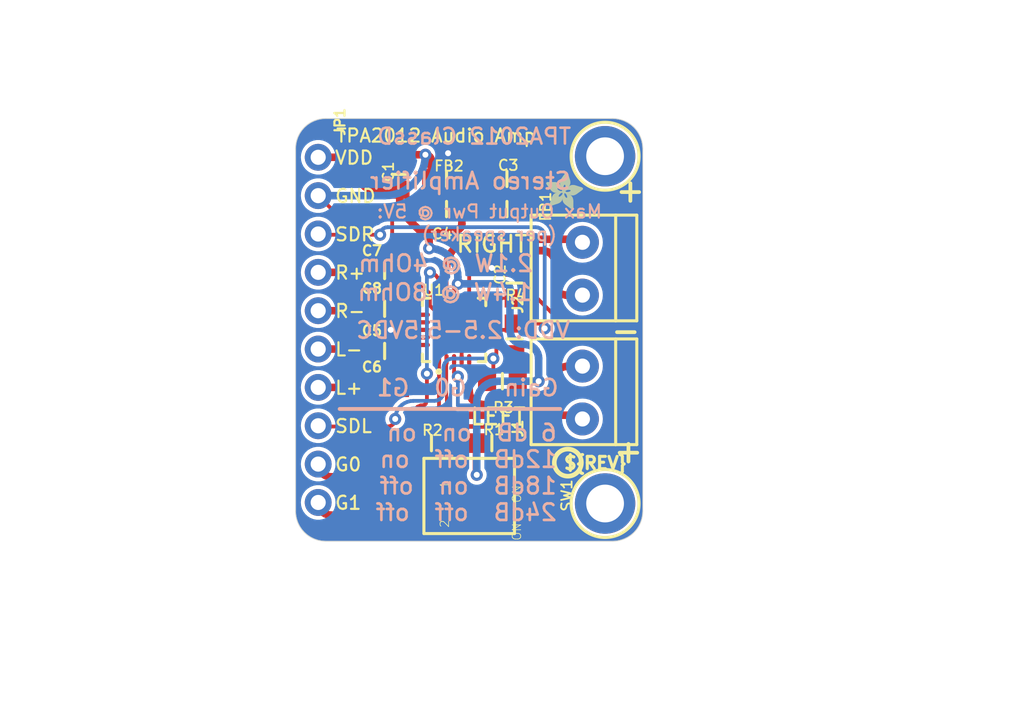
<source format=kicad_pcb>
(kicad_pcb (version 20221018) (generator pcbnew)
  (layers (0 "F.Cu" signal) (31 "B.Cu" signal) (34 "B.Paste" user) (35 "F.Paste" user) (36 "B.SilkS" user "B.Silkscreen") (37 "F.SilkS" user "F.Silkscreen") (38 "B.Mask" user) (39 "F.Mask" user) (44 "Edge.Cuts" user))
  (net 0 "")
  (net 1 "GAIN1")
  (net 2 "GAIN0")
  (net 3 "VDD")
  (net 4 "GND")
  (net 5 "AVDD")
  (net 6 "AGND")
  (net 7 "SHUTDOWN_L")
  (net 8 "SHUTDOWN_R")
  (net 9 "IN_L_N")
  (net 10 "IN_L_P")
  (net 11 "IN_R_N")
  (net 12 "IN_R_P")
  (net 13 "OUT_L_N")
  (net 14 "OUT_L_P")
  (net 15 "OUT_R_N")
  (net 16 "OUT_R_P")
  (net 17 "N$1")
  (net 18 "N$2")
  (net 19 "N$3")
  (net 20 "N$4")
  (footprint "working:_0805MP" (layer "F.Cu") (at 147.0011 95.0036)
    (fp_text reference "FB2")
    (fp_text value "ferrite")
  )
  (footprint "working:_0805MP" (layer "F.Cu") (at 147.0011 97.0036 180)
    (fp_text reference "C4")
    (fp_text value "0.1µF")
  )
  (footprint "working:PCBFEAT-REV-040" (layer "F.Cu") (at 155.0351 113.7966)
    (fp_text reference "U$23" hide)
    (fp_text value "" hide)
  )
  (footprint "working:ADAFRUIT_2.5MM" (layer "F.Cu") (at 153.6011 97.0036)
    (fp_text reference "U$22" hide)
    (fp_text value "" hide)
  )
  (footprint "working:1X10_ROUND70" (layer "F.Cu") (at 138.5011 105.0036 -90)
    (fp_text reference "JP1")
    (fp_text value "")
  )
  (footprint "working:_0805MP" (layer "F.Cu") (at 146.0011 112.5036)
    (fp_text reference "R2")
    (fp_text value "100K")
  )
  (footprint "working:_0805MP" (layer "F.Cu") (at 151.5011 105.6036 -90)
    (fp_text reference "R4")
    (fp_text value "100K")
  )
  (footprint "working:_0805MP" (layer "F.Cu") (at 151.0011 95.0036 180)
    (fp_text reference "C3")
    (fp_text value "0.1µF")
  )
  (footprint "working:TERMBLOCK_1X2-3.5MM" (layer "F.Cu") (at 156.0011 109.2036 90)
    (fp_text reference "J1")
    (fp_text value "")
  )
  (footprint "working:_0805MP" (layer "F.Cu") (at 142.9011 106.4036)
    (fp_text reference "C5")
    (fp_text value "1µF")
  )
  (footprint "working:MOUNTINGHOLE_2.5_PLATED_THICK" (layer "F.Cu") (at 157.5011 93.5036)
    (fp_text reference "U$21" hide)
    (fp_text value "MOUNTINGHOLE2.5_THICK" hide)
  )
  (footprint "working:_0805MP" (layer "F.Cu") (at 151.5011 101.9036 90)
    (fp_text reference "C2")
    (fp_text value "0.1µF")
  )
  (footprint "working:FIDUCIAL_1MM" (layer "F.Cu") (at 142.0011 113.0036)
    (fp_text reference "FID2" hide)
    (fp_text value "FIDUCIAL\"\"" hide)
  )
  (footprint "working:MOUNTINGHOLE_2.5_PLATED_THICK" (layer "F.Cu") (at 157.5011 116.5036)
    (fp_text reference "U$20" hide)
    (fp_text value "MOUNTINGHOLE2.5_THICK" hide)
  )
  (footprint "working:FIDUCIAL_1MM" (layer "F.Cu") (at 153.7011 93.9036)
    (fp_text reference "FID1" hide)
    (fp_text value "FIDUCIAL\"\"" hide)
  )
  (footprint "working:_0805MP" (layer "F.Cu") (at 151.0011 97.0036)
    (fp_text reference "FB1")
    (fp_text value "ferrite")
  )
  (footprint "working:_0805MP" (layer "F.Cu") (at 142.9011 108.8036)
    (fp_text reference "C6")
    (fp_text value "1µF")
  )
  (footprint "working:TERMBLOCK_1X2-3.5MM" (layer "F.Cu") (at 156.0011 101.0036 90)
    (fp_text reference "J2")
    (fp_text value "")
  )
  (footprint "working:DIPSWITCH_2PIN" (layer "F.Cu") (at 148.5011 116.0036 -90)
    (fp_text reference "SW1")
    (fp_text value "")
  )
  (footprint "working:WQFN20" (layer "F.Cu") (at 147.5011 105.0036)
    (fp_text reference "U1")
    (fp_text value "TS2012")
  )
  (footprint "working:_0805MP" (layer "F.Cu") (at 142.9011 101.1036)
    (fp_text reference "C7")
    (fp_text value "1µF")
  )
  (footprint "working:_0805MP" (layer "F.Cu") (at 143.9011 94.7036 90)
    (fp_text reference "C1")
    (fp_text value "10µF")
  )
  (footprint "working:_0805MP" (layer "F.Cu") (at 150.7011 108.4036)
    (fp_text reference "R3")
    (fp_text value "100K")
  )
  (footprint "working:_0805MP" (layer "F.Cu") (at 150.0011 112.5036 180)
    (fp_text reference "R1")
    (fp_text value "100K")
  )
  (footprint "working:_0805MP" (layer "F.Cu") (at 142.9011 103.6036)
    (fp_text reference "C8")
    (fp_text value "1µF")
  )
  (gr_line (start 154.5271 110.2406) (end 139.9221 110.2406) (stroke (width 0.254)) (layer "B.SilkS"))
  (gr_arc (start 160.0011 117.0036) (mid 159.415314 118.417814) (end 158.0011 119.0036) (stroke (width 0.05)) (layer "Edge.Cuts"))
  (gr_arc (start 158.0011 91.0036) (mid 159.415314 91.589386) (end 160.0011 93.0036) (stroke (width 0.05)) (layer "Edge.Cuts"))
  (gr_line (start 137.0011 117.0036) (end 137.0011 93.0036) (stroke (width 0.05)) (layer "Edge.Cuts"))
  (gr_line (start 158.0011 119.0036) (end 139.0011 119.0036) (stroke (width 0.05)) (layer "Edge.Cuts"))
  (gr_line (start 139.0011 91.0036) (end 158.0011 91.0036) (stroke (width 0.05)) (layer "Edge.Cuts"))
  (gr_line (start 160.0011 93.0036) (end 160.0011 117.0036) (stroke (width 0.05)) (layer "Edge.Cuts"))
  (gr_arc (start 139.0011 119.0036) (mid 137.586886 118.417814) (end 137.0011 117.0036) (stroke (width 0.05)) (layer "Edge.Cuts"))
  (gr_arc (start 137.0011 93.0036) (mid 137.586886 91.589386) (end 139.0011 91.0036) (stroke (width 0.05)) (layer "Edge.Cuts"))
  (gr_text "Stereo Amplifier" (at 155.3171 95.7776) (layer "B.SilkS") (effects (font (size 1.0922 1.0922) (thickness 0.1778)) (justify left bottom mirror)))
  (gr_text "(per speaker)" (at 154.4001 99.1916) (layer "B.SilkS") (effects (font (size 0.87376 0.87376) (thickness 0.14224)) (justify left bottom mirror)))
  (gr_text "6 dB  on  on\n12dB  off  on\n18dB  on  off\n24dB  off  off" (at 154.4001 117.7336) (layer "B.SilkS") (effects (font (size 1.0922 1.0922) (thickness 0.1778)) (justify left bottom mirror)))
  (gr_text "1.4W @ 8Ohm" (at 152.7801 103.1566) (layer "B.SilkS") (effects (font (size 1.0922 1.0922) (thickness 0.1778)) (justify left bottom mirror)))
  (gr_text "VDD: 2.5-5.5VDC" (at 155.2891 105.6686) (layer "B.SilkS") (effects (font (size 1.0922 1.0922) (thickness 0.1778)) (justify left bottom mirror)))
  (gr_text "Max Output Pwr @ 5V:" (at 157.3841 97.6796) (layer "B.SilkS") (effects (font (size 0.87376 0.87376) (thickness 0.14224)) (justify left bottom mirror)))
  (gr_text "TPA2012 ClassD" (at 155.3521 92.7996) (layer "B.SilkS") (effects (font (size 1.048512 1.048512) (thickness 0.170688)) (justify left bottom mirror)))
  (gr_text "2.1W @ 4Ohm" (at 152.8341 101.2436) (layer "B.SilkS") (effects (font (size 1.0922 1.0922) (thickness 0.1778)) (justify left bottom mirror)))
  (gr_text "Gain   G0  G1" (at 154.5271 109.4786) (layer "B.SilkS") (effects (font (size 1.0922 1.0922) (thickness 0.1778)) (justify left bottom mirror)))
  (gr_text "RIGHT" (at 152.4681 98.6836) (layer "F.SilkS") (effects (font (size 1.0922 1.0922) (thickness 0.1778)) (justify right top)))
  (gr_text "R+" (at 139.5411 101.7316) (layer "F.SilkS") (effects (font (size 0.87376 0.87376) (thickness 0.14224)) (justify left bottom)))
  (gr_text "L-" (at 139.5411 106.8116) (layer "F.SilkS") (effects (font (size 0.87376 0.87376) (thickness 0.14224)) (justify left bottom)))
  (gr_text "L+" (at 139.5411 109.3516) (layer "F.SilkS") (effects (font (size 0.87376 0.87376) (thickness 0.14224)) (justify left bottom)))
  (gr_text "TPA2012 Audio Amp" (at 139.6096 92.6511) (layer "F.SilkS") (effects (font (size 0.87376 0.87376) (thickness 0.14224)) (justify left bottom)))
  (gr_text "SDL" (at 139.5411 111.8916) (layer "F.SilkS") (effects (font (size 0.87376 0.87376) (thickness 0.14224)) (justify left bottom)))
  (gr_text "G0" (at 139.5411 114.4316) (layer "F.SilkS") (effects (font (size 0.87376 0.87376) (thickness 0.14224)) (justify left bottom)))
  (gr_text "SDR" (at 139.5411 99.1916) (layer "F.SilkS") (effects (font (size 0.87376 0.87376) (thickness 0.14224)) (justify left bottom)))
  (gr_text "+" (at 159.8301 114.2496 90) (layer "F.SilkS") (effects (font (size 1.52908 1.52908) (thickness 0.24892)) (justify left bottom)))
  (gr_text "G1" (at 139.5411 116.9716) (layer "F.SilkS") (effects (font (size 0.87376 0.87376) (thickness 0.14224)) (justify left bottom)))
  (gr_text "GND" (at 139.5411 96.6516) (layer "F.SilkS") (effects (font (size 0.87376 0.87376) (thickness 0.14224)) (justify left bottom)))
  (gr_text "+" (at 159.9571 96.9876 90) (layer "F.SilkS") (effects (font (size 1.52908 1.52908) (thickness 0.24892)) (justify left bottom)))
  (gr_text "-" (at 159.9851 104.1476) (layer "F.SilkS") (effects (font (size 1.52908 1.52908) (thickness 0.24892)) (justify right top)))
  (gr_text "LEFT" (at 152.3681 110.1136) (layer "F.SilkS") (effects (font (size 1.0922 1.0922) (thickness 0.1778)) (justify right top)))
  (gr_text "VDD" (at 139.5411 94.1116) (layer "F.SilkS") (effects (font (size 0.87376 0.87376) (thickness 0.14224)) (justify left bottom)))
  (gr_text "R-" (at 139.5411 104.2716) (layer "F.SilkS") (effects (font (size 0.87376 0.87376) (thickness 0.14224)) (justify left bottom)))
  (segment (start 151.0171 112.5036) (end 151.0171 111.8196) (width 0.3) (layer "F.Cu") (net 1))
  (segment (start 150.99674 111.691049) (end 150.937651 111.575081) (width 0.3) (layer "F.Cu") (net 1))
  (segment (start 150.6011 111.4036) (end 147.3011 111.4036) (width 0.3) (layer "F.Cu") (net 1))
  (segment (start 151.0171 111.8196) (end 150.99674 111.691049) (width 0.3) (layer "F.Cu") (net 1))
  (segment (start 138.817369 117.090338) (end 138.684362 116.957331) (width 0.5) (layer "F.Cu") (net 1))
  (segment (start 150.845619 111.483049) (end 150.6011 111.4036) (width 0.3) (layer "F.Cu") (net 1))
  (segment (start 146.675635 111.102392) (end 146.580325 110.950707) (width 0.3) (layer "F.Cu") (net 1))
  (segment (start 146.580325 110.950707) (end 146.5011 110.6036) (width 0.3) (layer "F.Cu") (net 1))
  (segment (start 150.937651 111.575081) (end 150.845619 111.483049) (width 0.3) (layer "F.Cu") (net 1))
  (segment (start 139.3411 117.2736) (end 139.154182 117.252539) (width 0.5) (layer "F.Cu") (net 1))
  (segment (start 151.0171 111.8196) (end 151.0171 111.8196) (width 0.3) (layer "F.Cu") (net 1))
  (segment (start 150.324693 117.251787) (end 150.508579 117.187443) (width 0.5) (layer "F.Cu") (net 1))
  (segment (start 150.508579 117.187443) (end 150.673536 117.083793) (width 0.5) (layer "F.Cu") (net 1))
  (segment (start 147.3011 111.4036) (end 147.123083 111.383542) (width 0.3) (layer "F.Cu") (net 1))
  (segment (start 138.976638 117.190414) (end 138.817369 117.090338) (width 0.5) (layer "F.Cu") (net 1))
  (segment (start 144.1011 117.2736) (end 150.1311 117.2736) (width 0.5) (layer "F.Cu") (net 1))
  (segment (start 139.3411 117.2736) (end 139.3411 117.2736) (width 0.5) (layer "F.Cu") (net 1))
  (segment (start 150.811293 116.946036) (end 150.914943 116.781079) (width 0.5) (layer "F.Cu") (net 1))
  (segment (start 151.0011 112.5196) (end 151.0011 112.5196) (width 0.5) (layer "F.Cu") (net 1))
  (segment (start 139.154182 117.252539) (end 138.976638 117.190414) (width 0.5) (layer "F.Cu") (net 1))
  (segment (start 147.123083 111.383542) (end 146.953993 111.324375) (width 0.3) (layer "F.Cu") (net 1))
  (segment (start 147.3011 111.4036) (end 147.3011 111.4036) (width 0.3) (layer "F.Cu") (net 1))
  (segment (start 146.802308 111.229065) (end 146.675635 111.102392) (width 0.3) (layer "F.Cu") (net 1))
  (segment (start 138.684362 116.957331) (end 138.584286 116.798062) (width 0.5) (layer "F.Cu") (net 1))
  (segment (start 150.914943 116.781079) (end 151.0011 116.4036) (width 0.5) (layer "F.Cu") (net 1))
  (segment (start 151.0011 116.4036) (end 151.0011 112.5196) (width 0.5) (layer "F.Cu") (net 1))
  (segment (start 144.1011 117.2736) (end 139.3411 117.2736) (width 0.5) (layer "F.Cu") (net 1))
  (segment (start 150.1311 117.2736) (end 150.1311 117.2736) (width 0.5) (layer "F.Cu") (net 1))
  (segment (start 138.584286 116.798062) (end 138.5011 116.4336) (width 0.5) (layer "F.Cu") (net 1))
  (segment (start 151.0011 112.5196) (end 151.0171 112.5036) (width 0.5) (layer "F.Cu") (net 1))
  (segment (start 150.1311 117.2736) (end 150.324693 117.251787) (width 0.5) (layer "F.Cu") (net 1))
  (segment (start 146.953993 111.324375) (end 146.802308 111.229065) (width 0.3) (layer "F.Cu") (net 1))
  (segment (start 146.5011 110.6036) (end 146.5011 106.9786) (width 0.25) (layer "F.Cu") (net 1))
  (segment (start 150.673536 117.083793) (end 150.811293 116.946036) (width 0.5) (layer "F.Cu") (net 1))
  (segment (start 138.817369 114.550338) (end 138.684362 114.417331) (width 0.5) (layer "F.Cu") (net 2))
  (segment (start 139.154182 114.712539) (end 138.976638 114.650414) (width 0.5) (layer "F.Cu") (net 2))
  (segment (start 144.1011 113.3876) (end 144.1011 113.3876) (width 0.5) (layer "F.Cu") (net 2))
  (segment (start 138.684362 114.417331) (end 138.584286 114.258062) (width 0.5) (layer "F.Cu") (net 2))
  (segment (start 146.410731 101.54534) (end 146.315726 101.418667) (width 0.254) (layer "F.Cu") (net 2))
  (segment (start 146.475167 101.689978) (end 146.410731 101.54534) (width 0.254) (layer "F.Cu") (net 2))
  (segment (start 146.315726 101.418667) (end 146.194916 101.31631) (width 0.254) (layer "F.Cu") (net 2))
  (segment (start 144.433935 112.696461) (end 144.601547 112.591144) (width 0.5) (layer "F.Cu") (net 2))
  (segment (start 146.5011 103.0286) (end 146.5011 102.0036) (width 0.254) (layer "F.Cu") (net 2))
  (segment (start 138.584286 114.258062) (end 138.5011 113.8936) (width 0.5) (layer "F.Cu") (net 2))
  (segment (start 146.5011 102.0036) (end 146.505802 101.845328) (width 0.254) (layer "F.Cu") (net 2))
  (segment (start 144.9851 112.5036) (end 144.9851 110.3196) (width 0.25) (layer "F.Cu") (net 2))
  (segment (start 145.515905 109.980764) (end 145.613232 109.915732) (width 0.25) (layer "F.Cu") (net 2))
  (segment (start 146.194916 101.31631) (end 145.9011 101.2036) (width 0.254) (layer "F.Cu") (net 2))
  (segment (start 144.1011 114.7336) (end 144.1011 113.3876) (width 0.5) (layer "F.Cu") (net 2))
  (segment (start 144.123264 113.190891) (end 144.188644 113.004047) (width 0.5) (layer "F.Cu") (net 2))
  (segment (start 145.7011 109.7036) (end 145.7011 109.2036) (width 0.25) (layer "F.Cu") (net 2))
  (segment (start 145.4011 110.0036) (end 145.4011 110.0036) (width 0.25) (layer "F.Cu") (net 2))
  (segment (start 139.3411 114.7336) (end 139.154182 114.712539) (width 0.5) (layer "F.Cu") (net 2))
  (segment (start 145.4011 110.0036) (end 145.515905 109.980764) (width 0.25) (layer "F.Cu") (net 2))
  (segment (start 145.7011 107.9036) (end 145.7011 109.2036) (width 0.25) (layer "F.Cu") (net 2))
  (segment (start 144.1011 114.7336) (end 139.3411 114.7336) (width 0.5) (layer "F.Cu") (net 2))
  (segment (start 145.077654 110.096154) (end 145.3011 110.0036) (width 0.25) (layer "F.Cu") (net 2))
  (segment (start 144.188644 113.004047) (end 144.293961 112.836435) (width 0.5) (layer "F.Cu") (net 2))
  (segment (start 144.1011 113.3876) (end 144.123264 113.190891) (width 0.5) (layer "F.Cu") (net 2))
  (segment (start 144.9851 110.3196) (end 145.009154 110.198672) (width 0.25) (layer "F.Cu") (net 2))
  (segment (start 146.5011 102.0036) (end 146.5011 102.0036) (width 0.254) (layer "F.Cu") (net 2))
  (segment (start 145.3011 110.0036) (end 145.4011 110.0036) (width 0.25) (layer "F.Cu") (net 2))
  (segment (start 144.9851 110.3196) (end 144.9851 110.3196) (width 0.25) (layer "F.Cu") (net 2))
  (segment (start 144.293961 112.836435) (end 144.433935 112.696461) (width 0.5) (layer "F.Cu") (net 2))
  (segment (start 145.009154 110.198672) (end 145.077654 110.096154) (width 0.25) (layer "F.Cu") (net 2))
  (segment (start 139.3411 114.7336) (end 139.3411 114.7336) (width 0.5) (layer "F.Cu") (net 2))
  (segment (start 138.976638 114.650414) (end 138.817369 114.550338) (width 0.5) (layer "F.Cu") (net 2))
  (segment (start 144.601547 112.591144) (end 144.9851 112.5036) (width 0.5) (layer "F.Cu") (net 2))
  (segment (start 146.505802 101.845328) (end 146.475167 101.689978) (width 0.254) (layer "F.Cu") (net 2))
  (segment (start 145.613232 109.915732) (end 145.7011 109.7036) (width 0.25) (layer "F.Cu") (net 2))
  (via (at 145.9011 101.2036) (size 0.8001) (drill 0.3937) (layers "F.Cu" "B.Cu") (net 2))
  (via (at 145.7011 107.9036) (size 0.8001) (drill 0.3937) (layers "F.Cu" "B.Cu") (net 2))
  (segment (start 145.7011 101.4036) (end 145.9011 101.2036) (width 0.25) (layer "B.Cu") (net 2))
  (segment (start 145.7011 107.9036) (end 145.7011 101.4036) (width 0.25) (layer "B.Cu") (net 2))
  (segment (start 147.99674 98.116151) (end 147.937651 98.232119) (width 0.5) (layer "F.Cu") (net 3))
  (segment (start 146.0011 98.4036) (end 145.2011 98.4036) (width 0.5) (layer "F.Cu") (net 3))
  (segment (start 148.0171 97.9876) (end 148.0171 97.9876) (width 0.5) (layer "F.Cu") (net 3))
  (segment (start 145.8511 98.5536) (end 145.8511 98.5536) (width 0.5) (layer "F.Cu") (net 3))
  (segment (start 141.3011 94.9036) (end 141.321158 95.081617) (width 0.5) (layer "F.Cu") (net 3))
  (segment (start 141.475635 95.402392) (end 141.602308 95.529065) (width 0.5) (layer "F.Cu") (net 3))
  (segment (start 147.5011 103.0286) (end 147.5011 102.2036) (width 0.25) (layer "F.Cu") (net 3))
  (segment (start 141.380325 95.250707) (end 141.475635 95.402392) (width 0.5) (layer "F.Cu") (net 3))
  (segment (start 148.9851 112.5036) (end 148.9851 114.5876) (width 0.5) (layer "F.Cu") (net 3))
  (segment (start 147.5011 107.8036) (end 147.512466 107.910741) (width 0.25) (layer "F.Cu") (net 3))
  (segment (start 148.0171 97.0036) (end 149.9851 97.0036) (width 0.3) (layer "F.Cu") (net 3))
  (segment (start 145.871196 98.4786) (end 145.9261 98.423696) (width 0.5) (layer "F.Cu") (net 3))
  (segment (start 141.3011 94.3036) (end 141.3011 94.9036) (width 0.5) (layer "F.Cu") (net 3))
  (segment (start 148.9851 114.5876) (end 148.9851 114.5876) (width 0.5) (layer "F.Cu") (net 3))
  (segment (start 147.5011 107.8036) (end 147.5011 107.8036) (width 0.25) (layer "F.Cu") (net 3))
  (segment (start 147.937651 98.232119) (end 147.845619 98.324151) (width 0.5) (layer "F.Cu") (net 3))
  (segment (start 153.1011 108.4036) (end 151.7171 108.4036) (width 0.5) (layer "F.Cu") (net 3))
  (segment (start 143.9011 97.1036) (end 145.0011 98.2036) (width 0.5) (layer "F.Cu") (net 3))
  (segment (start 140.887835 93.645893) (end 141.026248 93.732863) (width 0.5) (layer "F.Cu") (net 3))
  (segment (start 141.3011 94.9036) (end 141.3011 94.9036) (width 0.5) (layer "F.Cu") (net 3))
  (segment (start 145.8511 98.5536) (end 145.871196 98.4786) (width 0.5) (layer "F.Cu") (net 3))
  (segment (start 142.1011 95.7036) (end 143.8851 95.7036) (width 0.5) (layer "F.Cu") (net 3))
  (segment (start 147.845619 98.324151) (end 147.6011 98.4036) (width 0.5) (layer "F.Cu") (net 3))
  (segment (start 143.8851 95.7036) (end 143.9011 95.7196) (width 0.5) (layer "F.Cu") (net 3))
  (segment (start 138.5011 93.5736) (end 140.5711 93.5736) (width 0.5) (layer "F.Cu") (net 3))
  (segment (start 147.6011 98.4036) (end 146.0011 98.4036) (width 0.5) (layer "F.Cu") (net 3))
  (segment (start 147.5011 102.2036) (end 147.7511 101.9536) (width 0.25) (layer "F.Cu") (net 3))
  (segment (start 141.753993 95.624375) (end 142.1011 95.7036) (width 0.5) (layer "F.Cu") (net 3))
  (segment (start 140.73354 93.591903) (end 140.887835 93.645893) (width 0.5) (layer "F.Cu") (net 3))
  (segment (start 148.0171 97.9876) (end 147.99674 98.116151) (width 0.5) (layer "F.Cu") (net 3))
  (segment (start 148.9851 114.5876) (end 149.0011 114.6036) (width 0.5) (layer "F.Cu") (net 3))
  (segment (start 147.0171 112.5036) (end 148.9851 112.5036) (width 0.5) (layer "F.Cu") (net 3))
  (segment (start 143.9011 95.7196) (end 143.9011 97.1036) (width 0.5) (layer "F.Cu") (net 3))
  (segment (start 141.602308 95.529065) (end 141.753993 95.624375) (width 0.5) (layer "F.Cu") (net 3))
  (segment (start 151.5011 106.6196) (end 151.5011 108.1876) (width 0.2032) (layer "F.Cu") (net 3))
  (segment (start 147.5011 106.9786) (end 147.5011 107.8036) (width 0.25) (layer "F.Cu") (net 3))
  (segment (start 140.5711 93.5736) (end 140.73354 93.591903) (width 0.5) (layer "F.Cu") (net 3))
  (segment (start 141.141837 93.848452) (end 141.228807 93.986865) (width 0.5) (layer "F.Cu") (net 3))
  (segment (start 145.2011 98.4036) (end 145.0011 98.2036) (width 0.5) (layer "F.Cu") (net 3))
  (segment (start 147.563968 108.005377) (end 147.7511 108.1036) (width 0.25) (layer "F.Cu") (net 3))
  (segment (start 145.8511 99.6036) (end 145.8511 98.5536) (width 0.5) (layer "F.Cu") (net 3))
  (segment (start 141.321158 95.081617) (end 141.380325 95.250707) (width 0.5) (layer "F.Cu") (net 3))
  (segment (start 141.228807 93.986865) (end 141.3011 94.3036) (width 0.5) (layer "F.Cu") (net 3))
  (segment (start 147.512466 107.910741) (end 147.563968 108.005377) (width 0.25) (layer "F.Cu") (net 3))
  (segment (start 151.5011 108.1876) (end 151.7171 108.4036) (width 0.2032) (layer "F.Cu") (net 3))
  (segment (start 143.8851 95.7036) (end 143.8851 95.7036) (width 0.5) (layer "F.Cu") (net 3))
  (segment (start 141.026248 93.732863) (end 141.141837 93.848452) (width 0.5) (layer "F.Cu") (net 3))
  (segment (start 140.5711 93.5736) (end 140.5711 93.5736) (width 0.5) (layer "F.Cu") (net 3))
  (segment (start 148.0171 97.0036) (end 148.0171 97.9876) (width 0.5) (layer "F.Cu") (net 3))
  (segment (start 145.9261 98.423696) (end 146.0011 98.4036) (width 0.5) (layer "F.Cu") (net 3))
  (via (at 145.8511 99.6036) (size 0.8001) (drill 0.3937) (layers "F.Cu" "B.Cu") (net 3))
  (via (at 147.7511 101.9536) (size 0.8001) (drill 0.3937) (layers "F.Cu" "B.Cu") (net 3))
  (via (at 153.1011 108.4036) (size 0.8001) (drill 0.3937) (layers "F.Cu" "B.Cu") (net 3))
  (via (at 149.0011 114.6036) (size 0.8001) (drill 0.3937) (layers "F.Cu" "B.Cu") (net 3))
  (via (at 147.7511 108.1036) (size 0.8001) (drill 0.3937) (layers "F.Cu" "B.Cu") (net 3))
  (segment (start 153.1011 108.4036) (end 153.1011 106.9036) (width 0.5) (layer "B.Cu") (net 3))
  (segment (start 153.1011 106.9036) (end 153.1011 106.9036) (width 0.5) (layer "B.Cu") (net 3))
  (segment (start 147.674137 100.968308) (end 147.579401 100.714311) (width 0.5) (layer "B.Cu") (net 3))
  (segment (start 151.2011 105.0536) (end 151.2011 102.3036) (width 0.5) (layer "B.Cu") (net 3))
  (segment (start 149.08553 109.324772) (end 149.188664 109.1036) (width 0.5) (layer "B.Cu") (net 3))
  (segment (start 151.056825 102.020444) (end 150.8511 101.9536) (width 0.5) (layer "B.Cu") (net 3))
  (segment (start 147.449482 100.476382) (end 147.287024 100.259365) (width 0.5) (layer "B.Cu") (net 3))
  (segment (start 147.7511 110.0036) (end 149.0011 110.0036) (width 0.25) (layer "B.Cu") (net 3))
  (segment (start 149.0011 114.6036) (end 149.0011 110.0036) (width 0.5) (layer "B.Cu") (net 3))
  (segment (start 152.1511 105.9536) (end 152.1011 105.9536) (width 0.5) (layer "B.Cu") (net 3))
  (segment (start 150.8511 101.9536) (end 147.7511 101.9536) (width 0.5) (layer "B.Cu") (net 3))
  (segment (start 151.397452 105.614741) (end 151.290228 105.444095) (width 0.5) (layer "B.Cu") (net 3))
  (segment (start 146.121498 99.622939) (end 145.8511 99.6036) (width 0.5) (layer "B.Cu") (net 3))
  (segment (start 149.022369 109.560493) (end 149.08553 109.324772) (width 0.5) (layer "B.Cu") (net 3))
  (segment (start 150.4011 108.4036) (end 153.1011 108.4036) (width 0.5) (layer "B.Cu") (net 3))
  (segment (start 146.386392 99.680563) (end 146.121498 99.622939) (width 0.5) (layer "B.Cu") (net 3))
  (segment (start 147.579401 100.714311) (end 147.449482 100.476382) (width 0.5) (layer "B.Cu") (net 3))
  (segment (start 147.731761 101.233202) (end 147.674137 100.968308) (width 0.5) (layer "B.Cu") (net 3))
  (segment (start 151.290228 105.444095) (end 151.2011 105.0536) (width 0.5) (layer "B.Cu") (net 3))
  (segment (start 149.0011 109.8036) (end 149.022369 109.560493) (width 0.5) (layer "B.Cu") (net 3))
  (segment (start 149.501197 108.731138) (end 149.7011 108.591164) (width 0.5) (layer "B.Cu") (net 3))
  (segment (start 151.2011 102.3036) (end 151.18397 102.195444) (width 0.5) (layer "B.Cu") (net 3))
  (segment (start 147.7511 101.9536) (end 147.7511 101.5036) (width 0.5) (layer "B.Cu") (net 3))
  (segment (start 151.2011 102.3036) (end 151.2011 102.3036) (width 0.5) (layer "B.Cu") (net 3))
  (segment (start 147.287024 100.259365) (end 147.095335 100.067676) (width 0.5) (layer "B.Cu") (net 3))
  (segment (start 151.539959 105.757248) (end 151.397452 105.614741) (width 0.5) (layer "B.Cu") (net 3))
  (segment (start 151.710605 105.864472) (end 151.539959 105.757248) (width 0.5) (layer "B.Cu") (net 3))
  (segment (start 146.878318 99.905218) (end 146.640389 99.775299) (width 0.5) (layer "B.Cu") (net 3))
  (segment (start 149.7011 108.591164) (end 149.922272 108.48803) (width 0.5) (layer "B.Cu") (net 3))
  (segment (start 153.1011 106.9036) (end 153.082846 106.718264) (width 0.5) (layer "B.Cu") (net 3))
  (segment (start 146.640389 99.775299) (end 146.386392 99.680563) (width 0.5) (layer "B.Cu") (net 3))
  (segment (start 152.514649 106.025914) (end 152.1511 105.9536) (width 0.5) (layer "B.Cu") (net 3))
  (segment (start 152.822851 106.231849) (end 152.678892 106.113704) (width 0.5) (layer "B.Cu") (net 3))
  (segment (start 151.900831 105.931035) (end 151.710605 105.864472) (width 0.5) (layer "B.Cu") (net 3))
  (segment (start 147.7511 101.5036) (end 147.7511 101.5036) (width 0.5) (layer "B.Cu") (net 3))
  (segment (start 149.0011 109.8036) (end 149.0011 109.8036) (width 0.5) (layer "B.Cu") (net 3))
  (segment (start 147.7511 101.5036) (end 147.731761 101.233202) (width 0.5) (layer "B.Cu") (net 3))
  (segment (start 153.028786 106.540051) (end 152.940996 106.375808) (width 0.5) (layer "B.Cu") (net 3))
  (segment (start 152.1011 105.9536) (end 151.900831 105.931035) (width 0.5) (layer "B.Cu") (net 3))
  (segment (start 149.922272 108.48803) (end 150.4011 108.4036) (width 0.5) (layer "B.Cu") (net 3))
  (segment (start 152.1011 105.9536) (end 152.1011 105.9536) (width 0.5) (layer "B.Cu") (net 3))
  (segment (start 147.095335 100.067676) (end 146.878318 99.905218) (width 0.5) (layer "B.Cu") (net 3))
  (segment (start 149.328638 108.903697) (end 149.501197 108.731138) (width 0.5) (layer "B.Cu") (net 3))
  (segment (start 151.18397 102.195444) (end 151.134256 102.097875) (width 0.5) (layer "B.Cu") (net 3))
  (segment (start 152.678892 106.113704) (end 152.514649 106.025914) (width 0.5) (layer "B.Cu") (net 3))
  (segment (start 149.0011 110.0036) (end 149.0011 109.8036) (width 0.5) (layer "B.Cu") (net 3))
  (segment (start 153.082846 106.718264) (end 153.028786 106.540051) (width 0.5) (layer "B.Cu") (net 3))
  (segment (start 147.7511 108.1036) (end 147.7511 110.0036) (width 0.25) (layer "B.Cu") (net 3))
  (segment (start 149.188664 109.1036) (end 149.328638 108.903697) (width 0.5) (layer "B.Cu") (net 3))
  (segment (start 151.134256 102.097875) (end 151.056825 102.020444) (width 0.5) (layer "B.Cu") (net 3))
  (segment (start 152.940996 106.375808) (end 152.822851 106.231849) (width 0.5) (layer "B.Cu") (net 3))
  (segment (start 152.9011 114.1036) (end 152.922236 113.889001) (width 0.5) (layer "F.Cu") (net 4))
  (segment (start 148.0011 105.5036) (end 147.5011 105.0036) (width 0.25) (layer "F.Cu") (net 4))
  (segment (start 144.07722 92.620917) (end 144.0011 93.0036) (width 0.5) (layer "F.Cu") (net 4))
  (segment (start 147.8011 104.1036) (end 147.8011 104.7036) (width 0.25) (layer "F.Cu") (net 4))
  (segment (start 148.0011 103.9036) (end 147.8011 104.1036) (width 0.25) (layer "F.Cu") (net 4))
  (segment (start 145.0011 100.3036) (end 144.6011 99.9036) (width 0.25) (layer "F.Cu") (net 4))
  (segment (start 144.0011 93.5876) (end 144.0011 93.5876) (width 0.5) (layer "F.Cu") (net 4))
  (segment (start 153.223283 113.325783) (end 153.389973 113.188983) (width 0.5) (layer "F.Cu") (net 4))
  (segment (start 145.0011 92.0036) (end 144.80601 92.022815) (width 0.5) (layer "F.Cu") (net 4))
  (segment (start 145.6011 93.4036) (end 144.1851 93.4036) (width 0.5) (layer "F.Cu") (net 4))
  (segment (start 152.9011 114.1036) (end 152.9011 114.1036) (width 0.5) (layer "F.Cu") (net 4))
  (segment (start 151.997578 92.821388) (end 151.939762 92.630794) (width 0.5) (layer "F.Cu") (net 4))
  (segment (start 139.5911 97.2036) (end 138.5011 96.1136) (width 0.25) (layer "F.Cu") (net 4))
  (segment (start 151.0011 92.0036) (end 145.0011 92.0036) (width 0.5) (layer "F.Cu") (net 4))
  (segment (start 159.204748 112.664741) (end 159.311972 112.494095) (width 0.5) (layer "F.Cu") (net 4))
  (segment (start 158.782778 96.590075) (end 158.582086 96.46709) (width 0.5) (layer "F.Cu") (net 4))
  (segment (start 152.984833 113.682648) (end 153.086483 113.492473) (width 0.5) (layer "F.Cu") (net 4))
  (segment (start 145.0011 92.0036) (end 145.0011 92.0036) (width 0.5) (layer "F.Cu") (net 4))
  (segment (start 145.9851 97.0036) (end 145.9851 95.0036) (width 0.5) (layer "F.Cu") (net 4))
  (segment (start 143.984282 93.486782) (end 143.9011 93.6876) (width 0.5) (layer "F.Cu") (net 4))
  (segment (start 151.565559 92.174827) (end 151.389906 92.080938) (width 0.5) (layer "F.Cu") (net 4))
  (segment (start 158.582086 96.46709) (end 158.364625 96.377015) (width 0.5) (layer "F.Cu") (net 4))
  (segment (start 144.1851 93.4036) (end 144.076418 93.425218) (width 0.5) (layer "F.Cu") (net 4))
  (segment (start 159.23761 97.122614) (end 159.114625 96.921922) (width 0.5) (layer "F.Cu") (net 4))
  (segment (start 158.701369 112.981035) (end 158.891595 112.914472) (width 0.5) (layer "F.Cu") (net 4))
  (segment (start 152.9011 117.2736) (end 152.9011 114.7336) (width 0.5) (layer "F.Cu") (net 4))
  (segment (start 144.076418 93.425218) (end 143.984282 93.486782) (width 0.5) (layer "F.Cu") (net 4))
  (segment (start 159.062241 112.807248) (end 159.204748 112.664741) (width 0.5) (layer "F.Cu") (net 4))
  (segment (start 154.0011 113.0036) (end 158.5011 113.0036) (width 0.5) (layer "F.Cu") (net 4))
  (segment (start 144.44553 92.17213) (end 144.293993 92.296493) (width 0.5) (layer "F.Cu") (net 4))
  (segment (start 145.9851 93.7876) (end 145.9851 93.7876) (width 0.5) (layer "F.Cu") (net 4))
  (segment (start 159.114625 96.921922) (end 158.96176 96.74294) (width 0.5) (layer "F.Cu") (net 4))
  (segment (start 152.0171 93.0196) (end 152.0171 93.0196) (width 0.5) (layer "F.Cu") (net 4))
  (segment (start 144.6011 99.9036) (end 143.7011 99.9036) (width 0.25) (layer "F.Cu") (net 4))
  (segment (start 159.4011 112.1036) (end 159.4011 97.8036) (width 0.5) (layer "F.Cu") (net 4))
  (segment (start 144.16963 92.44803) (end 144.07722 92.620917) (width 0.5) (layer "F.Cu") (net 4))
  (segment (start 152.0171 95.0036) (end 152.0171 93.0196) (width 0.5) (layer "F.Cu") (net 4))
  (segment (start 143.4011 99.6036) (end 143.4011 97.6036) (width 0.25) (layer "F.Cu") (net 4))
  (segment (start 153.389973 113.188983) (end 153.580148 113.087333) (width 0.5) (layer "F.Cu") (net 4))
  (segment (start 159.327685 97.340075) (end 159.23761 97.122614) (width 0.5) (layer "F.Cu") (net 4))
  (segment (start 144.1851 93.4036) (end 144.1851 93.4036) (width 0.5) (layer "F.Cu") (net 4))
  (segment (start 159.382633 97.568948) (end 159.327685 97.340075) (width 0.5) (layer "F.Cu") (net 4))
  (segment (start 143.0011 97.2036) (end 139.5911 97.2036) (width 0.25) (layer "F.Cu") (net 4))
  (segment (start 144.293993 92.296493) (end 144.16963 92.44803) (width 0.5) (layer "F.Cu") (net 4))
  (segment (start 145.0011 101.7036) (end 145.0011 100.4036) (width 0.25) (layer "F.Cu") (net 4))
  (segment (start 148.0011 106.9786) (end 148.0011 105.5036) (width 0.25) (layer "F.Cu") (net 4))
  (segment (start 145.9851 95.0036) (end 145.9851 93.7876) (width 0.5) (layer "F.Cu") (net 4))
  (segment (start 151.845873 92.455141) (end 151.71952 92.30118) (width 0.5) (layer "F.Cu") (net 4))
  (segment (start 158.5011 113.0036) (end 158.5011 113.0036) (width 0.5) (layer "F.Cu") (net 4))
  (segment (start 145.911763 93.56189) (end 145.82681 93.476937) (width 0.5) (layer "F.Cu") (net 4))
  (segment (start 147.8011 104.1036) (end 146.6011 104.1036) (width 0.25) (layer "F.Cu") (net 4))
  (segment (start 153.1011 95.0036) (end 152.0171 95.0036) (width 0.5) (layer "F.Cu") (net 4))
  (segment (start 145.82681 93.476937) (end 145.6011 93.4036) (width 0.5) (layer "F.Cu") (net 4))
  (segment (start 143.7011 99.9036) (end 143.4011 99.6036) (width 0.25) (layer "F.Cu") (net 4))
  (segment (start 146.6011 104.1036) (end 145.9011 103.4036) (width 0.25) (layer "F.Cu") (net 4))
  (segment (start 159.311972 112.494095) (end 159.4011 112.1036) (width 0.5) (layer "F.Cu") (net 4))
  (segment (start 152.9011 114.7336) (end 152.9011 114.1036) (width 0.5) (layer "F.Cu") (net 4))
  (segment (start 158.5011 113.0036) (end 158.701369 112.981035) (width 0.5) (layer "F.Cu") (net 4))
  (segment (start 144.618417 92.07972) (end 144.44553 92.17213) (width 0.5) (layer "F.Cu") (net 4))
  (segment (start 144.0011 93.0036) (end 144.0011 93.5876) (width 0.5) (layer "F.Cu") (net 4))
  (segment (start 151.939762 92.630794) (end 151.845873 92.455141) (width 0.5) (layer "F.Cu") (net 4))
  (segment (start 144.80601 92.022815) (end 144.618417 92.07972) (width 0.5) (layer "F.Cu") (net 4))
  (segment (start 145.0011 100.4036) (end 145.0011 100.3036) (width 0.25) (layer "F.Cu") (net 4))
  (segment (start 158.96176 96.74294) (end 158.782778 96.590075) (width 0.5) (layer "F.Cu") (net 4))
  (segment (start 154.4011 96.3036) (end 153.1011 95.0036) (width 0.5) (layer "F.Cu") (net 4))
  (segment (start 153.086483 113.492473) (end 153.223283 113.325783) (width 0.5) (layer "F.Cu") (net 4))
  (segment (start 145.9011 103.4036) (end 145.9011 102.6036) (width 0.25) (layer "F.Cu") (net 4))
  (segment (start 158.364625 96.377015) (end 157.9011 96.3036) (width 0.5) (layer "F.Cu") (net 4))
  (segment (start 145.9011 102.6036) (end 145.0011 101.7036) (width 0.25) (layer "F.Cu") (net 4))
  (segment (start 159.4011 97.8036) (end 159.382633 97.568948) (width 0.5) (layer "F.Cu") (net 4))
  (segment (start 158.891595 112.914472) (end 159.062241 112.807248) (width 0.5) (layer "F.Cu") (net 4))
  (segment (start 151.389906 92.080938) (end 151.0011 92.0036) (width 0.5) (layer "F.Cu") (net 4))
  (segment (start 145.966306 93.668937) (end 145.911763 93.56189) (width 0.5) (layer "F.Cu") (net 4))
  (segment (start 153.580148 113.087333) (end 154.0011 113.0036) (width 0.5) (layer "F.Cu") (net 4))
  (segment (start 157.9011 96.3036) (end 154.4011 96.3036) (width 0.5) (layer "F.Cu") (net 4))
  (segment (start 159.4011 97.8036) (end 159.4011 97.8036) (width 0.5) (layer "F.Cu") (net 4))
  (segment (start 144.0011 93.5876) (end 143.9011 93.6876) (width 0.5) (layer "F.Cu") (net 4))
  (segment (start 152.922236 113.889001) (end 152.984833 113.682648) (width 0.5) (layer "F.Cu") (net 4))
  (segment (start 151.71952 92.30118) (end 151.565559 92.174827) (width 0.5) (layer "F.Cu") (net 4))
  (segment (start 145.9851 93.7876) (end 145.966306 93.668937) (width 0.5) (layer "F.Cu") (net 4))
  (segment (start 148.0011 103.0286) (end 148.0011 103.9036) (width 0.25) (layer "F.Cu") (net 4))
  (segment (start 152.0171 93.0196) (end 151.997578 92.821388) (width 0.5) (layer "F.Cu") (net 4))
  (segment (start 143.4011 97.6036) (end 143.0011 97.2036) (width 0.25) (layer "F.Cu") (net 4))
  (segment (start 147.8011 104.7036) (end 147.5011 105.0036) (width 0.25) (layer "F.Cu") (net 4))
  (via (at 145.6011 93.4036) (size 0.8001) (drill 0.3937) (layers "F.Cu" "B.Cu") (net 4))
  (segment (start 144.430555 95.633886) (end 144.688162 95.432064) (width 0.5) (layer "B.Cu") (net 4))
  (segment (start 145.424994 94.364579) (end 145.522352 94.052145) (width 0.5) (layer "B.Cu") (net 4))
  (segment (start 143.852079 95.937494) (end 144.1505 95.803186) (width 0.5) (layer "B.Cu") (net 4))
  (segment (start 138.5011 96.1136) (end 142.8911 96.1136) (width 0.5) (layer "B.Cu") (net 4))
  (segment (start 144.688162 95.432064) (end 144.919564 95.200662) (width 0.5) (layer "B.Cu") (net 4))
  (segment (start 145.522352 94.052145) (end 145.581341 93.730254) (width 0.5) (layer "B.Cu") (net 4))
  (segment (start 143.217754 96.093841) (end 143.539645 96.034852) (width 0.5) (layer "B.Cu") (net 4))
  (segment (start 144.919564 95.200662) (end 145.121386 94.943055) (width 0.5) (layer "B.Cu") (net 4))
  (segment (start 143.539645 96.034852) (end 143.852079 95.937494) (width 0.5) (layer "B.Cu") (net 4))
  (segment (start 145.121386 94.943055) (end 145.290686 94.663) (width 0.5) (layer "B.Cu") (net 4))
  (segment (start 145.290686 94.663) (end 145.424994 94.364579) (width 0.5) (layer "B.Cu") (net 4))
  (segment (start 142.8911 96.1136) (end 143.217754 96.093841) (width 0.5) (layer "B.Cu") (net 4))
  (segment (start 145.581341 93.730254) (end 145.6011 93.4036) (width 0.5) (layer "B.Cu") (net 4))
  (segment (start 142.8911 96.1136) (end 142.8911 96.1136) (width 0.5) (layer "B.Cu") (net 4))
  (segment (start 144.1505 95.803186) (end 144.430555 95.633886) (width 0.5) (layer "B.Cu") (net 4))
  (segment (start 158.6011 98.4036) (end 158.579831 98.160493) (width 0.25) (layer "F.Cu") (net 5))
  (segment (start 158.6011 103.6036) (end 158.6011 98.4036) (width 0.25) (layer "F.Cu") (net 5))
  (segment (start 157.3011 104.9036) (end 157.526843 104.88385) (width 0.25) (layer "F.Cu") (net 5))
  (segment (start 151.5011 102.9196) (end 153.0171 102.9196) (width 0.25) (layer "F.Cu") (net 5))
  (segment (start 158.413536 97.7036) (end 158.273562 97.503697) (width 0.25) (layer "F.Cu") (net 5))
  (segment (start 158.51667 97.924772) (end 158.413536 97.7036) (width 0.25) (layer "F.Cu") (net 5))
  (segment (start 158.579831 98.160493) (end 158.51667 97.924772) (width 0.25) (layer "F.Cu") (net 5))
  (segment (start 158.101003 97.331138) (end 157.9011 97.191164) (width 0.25) (layer "F.Cu") (net 5))
  (segment (start 157.3011 104.9036) (end 157.3011 104.9036) (width 0.25) (layer "F.Cu") (net 5))
  (segment (start 157.526843 104.88385) (end 157.745726 104.8252) (width 0.25) (layer "F.Cu") (net 5))
  (segment (start 158.6011 98.4036) (end 158.6011 98.4036) (width 0.25) (layer "F.Cu") (net 5))
  (segment (start 157.745726 104.8252) (end 157.9511 104.729433) (width 0.25) (layer "F.Cu") (net 5))
  (segment (start 157.679928 97.08803) (end 157.2011 97.0036) (width 0.25) (layer "F.Cu") (net 5))
  (segment (start 151.4851 102.9036) (end 151.5011 102.9196) (width 0.2032) (layer "F.Cu") (net 5))
  (segment (start 155.0011 104.9036) (end 157.3011 104.9036) (width 0.25) (layer "F.Cu") (net 5))
  (segment (start 149.4761 104.5036) (end 150.3011 104.5036) (width 0.2032) (layer "F.Cu") (net 5))
  (segment (start 150.3011 104.5036) (end 150.5011 104.3036) (width 0.2032) (layer "F.Cu") (net 5))
  (segment (start 157.9011 97.191164) (end 157.679928 97.08803) (width 0.25) (layer "F.Cu") (net 5))
  (segment (start 158.136724 104.599458) (end 158.296958 104.439224) (width 0.25) (layer "F.Cu") (net 5))
  (segment (start 153.0171 102.9196) (end 155.0011 104.9036) (width 0.25) (layer "F.Cu") (net 5))
  (segment (start 158.273562 97.503697) (end 158.101003 97.331138) (width 0.25) (layer "F.Cu") (net 5))
  (segment (start 157.2011 97.0036) (end 152.0171 97.0036) (width 0.25) (layer "F.Cu") (net 5))
  (segment (start 158.426933 104.2536) (end 158.5227 104.048226) (width 0.25) (layer "F.Cu") (net 5))
  (segment (start 150.7011 102.9036) (end 151.4851 102.9036) (width 0.2032) (layer "F.Cu") (net 5))
  (segment (start 158.5227 104.048226) (end 158.6011 103.6036) (width 0.25) (layer "F.Cu") (net 5))
  (segment (start 158.296958 104.439224) (end 158.426933 104.2536) (width 0.25) (layer "F.Cu") (net 5))
  (segment (start 150.5011 104.3036) (end 150.5011 103.1036) (width 0.2032) (layer "F.Cu") (net 5))
  (segment (start 157.9511 104.729433) (end 158.136724 104.599458) (width 0.25) (layer "F.Cu") (net 5))
  (segment (start 150.5011 103.1036) (end 150.7011 102.9036) (width 0.2032) (layer "F.Cu") (net 5))
  (segment (start 147.836214 93.379993) (end 147.924707 93.468486) (width 0.3) (layer "F.Cu") (net 6))
  (segment (start 147.6011 93.3036) (end 147.6011 93.3036) (width 0.3) (layer "F.Cu") (net 6))
  (segment (start 148.0011 94.9876) (end 148.0171 95.0036) (width 0.3) (layer "F.Cu") (net 6))
  (segment (start 145.5261 105.0036) (end 143.3011 105.0036) (width 0.25) (layer "F.Cu") (net 6))
  (segment (start 151.5011 100.8876) (end 150.0171 100.8876) (width 0.3) (layer "F.Cu") (net 6))
  (segment (start 150.0171 100.8876) (end 150.0171 100.8876) (width 0.3) (layer "F.Cu") (net 6))
  (segment (start 148.0011 93.7036) (end 148.0011 94.9876) (width 0.3) (layer "F.Cu") (net 6))
  (segment (start 148.0011 94.9876) (end 148.0011 94.9876) (width 0.3) (layer "F.Cu") (net 6))
  (segment (start 148.0171 95.0036) (end 149.9851 95.0036) (width 0.3) (layer "F.Cu") (net 6))
  (segment (start 147.924707 93.468486) (end 148.0011 93.7036) (width 0.3) (layer "F.Cu") (net 6))
  (segment (start 147.6011 93.3036) (end 147.724707 93.323177) (width 0.3) (layer "F.Cu") (net 6))
  (segment (start 150.0171 100.8876) (end 150.0011 100.9036) (width 0.3) (layer "F.Cu") (net 6))
  (segment (start 147.1011 93.3036) (end 147.6011 93.3036) (width 0.3) (layer "F.Cu") (net 6))
  (segment (start 147.724707 93.323177) (end 147.836214 93.379993) (width 0.3) (layer "F.Cu") (net 6))
  (via (at 150.0011 100.9036) (size 0.8001) (drill 0.3937) (layers "F.Cu" "B.Cu") (net 6))
  (via (at 143.3011 105.0036) (size 0.8001) (drill 0.3937) (layers "F.Cu" "B.Cu") (net 6))
  (via (at 147.1011 93.3036) (size 0.8001) (drill 0.3937) (layers "F.Cu" "B.Cu") (net 6))
  (segment (start 150.0011 93.8036) (end 149.984063 93.67419) (width 0.3) (layer "B.Cu") (net 6))
  (segment (start 149.934113 93.5536) (end 149.854653 93.450047) (width 0.3) (layer "B.Cu") (net 6))
  (segment (start 149.63051 93.320637) (end 149.5011 93.3036) (width 0.3) (layer "B.Cu") (net 6))
  (segment (start 149.984063 93.67419) (end 149.934113 93.5536) (width 0.3) (layer "B.Cu") (net 6))
  (segment (start 150.0011 93.8036) (end 150.0011 93.8036) (width 0.3) (layer "B.Cu") (net 6))
  (segment (start 149.5011 93.3036) (end 147.1011 93.3036) (width 0.3) (layer "B.Cu") (net 6))
  (segment (start 149.7511 93.370587) (end 149.63051 93.320637) (width 0.3) (layer "B.Cu") (net 6))
  (segment (start 149.854653 93.450047) (end 149.7511 93.370587) (width 0.3) (layer "B.Cu") (net 6))
  (segment (start 143.534113 111.1536) (end 143.454653 111.257153) (width 0.25) (layer "F.Cu") (net 7))
  (segment (start 143.6011 110.9036) (end 143.584063 111.03301) (width 0.25) (layer "F.Cu") (net 7))
  (segment (start 150.3011 106.7036) (end 150.3011 106.7036) (width 0.25) (layer "F.Cu") (net 7))
  (segment (start 150.115905 105.526436) (end 150.213232 105.591468) (width 0.25) (layer "F.Cu") (net 7))
  (segment (start 150.0011 105.5036) (end 150.115905 105.526436) (width 0.25) (layer "F.Cu") (net 7))
  (segment (start 150.08074 108.116151) (end 150.021651 108.232119) (width 0.25) (layer "F.Cu") (net 7))
  (segment (start 138.5511 111.4036) (end 138.5011 111.3536) (width 0.25) (layer "F.Cu") (net 7))
  (segment (start 143.23051 111.386563) (end 143.1011 111.4036) (width 0.25) (layer "F.Cu") (net 7))
  (segment (start 150.1011 107.9876) (end 150.1011 107.9876) (width 0.25) (layer "F.Cu") (net 7))
  (segment (start 143.1011 111.4036) (end 138.5511 111.4036) (width 0.25) (layer "F.Cu") (net 7))
  (segment (start 143.584063 111.03301) (end 143.534113 111.1536) (width 0.25) (layer "F.Cu") (net 7))
  (segment (start 150.1011 106.9036) (end 150.1011 107.9876) (width 0.25) (layer "F.Cu") (net 7))
  (segment (start 143.454653 111.257153) (end 143.3511 111.336613) (width 0.25) (layer "F.Cu") (net 7))
  (segment (start 143.3511 111.336613) (end 143.23051 111.386563) (width 0.25) (layer "F.Cu") (net 7))
  (segment (start 150.0011 105.5036) (end 150.0011 105.5036) (width 0.25) (layer "F.Cu") (net 7))
  (segment (start 150.3011 106.7036) (end 150.285876 106.780137) (width 0.25) (layer "F.Cu") (net 7))
  (segment (start 150.3011 105.8036) (end 150.3011 106.7036) (width 0.25) (layer "F.Cu") (net 7))
  (segment (start 143.6011 110.9036) (end 143.6011 110.9036) (width 0.25) (layer "F.Cu") (net 7))
  (segment (start 149.4761 105.5036) (end 150.0011 105.5036) (width 0.25) (layer "F.Cu") (net 7))
  (segment (start 150.213232 105.591468) (end 150.3011 105.8036) (width 0.25) (layer "F.Cu") (net 7))
  (segment (start 150.242521 106.845021) (end 150.1011 106.9036) (width 0.25) (layer "F.Cu") (net 7))
  (segment (start 150.285876 106.780137) (end 150.242521 106.845021) (width 0.25) (layer "F.Cu") (net 7))
  (segment (start 138.5511 111.4036) (end 138.5511 111.4036) (width 0.25) (layer "F.Cu") (net 7))
  (segment (start 150.1011 107.9876) (end 150.08074 108.116151) (width 0.25) (layer "F.Cu") (net 7))
  (segment (start 150.021651 108.232119) (end 149.929619 108.324151) (width 0.25) (layer "F.Cu") (net 7))
  (segment (start 149.929619 108.324151) (end 149.6851 108.4036) (width 0.25) (layer "F.Cu") (net 7))
  (via (at 150.1011 106.9036) (size 0.8001) (drill 0.3937) (layers "F.Cu" "B.Cu") (net 7))
  (via (at 143.6011 110.9036) (size 0.8001) (drill 0.3937) (layers "F.Cu" "B.Cu") (net 7))
  (segment (start 147.4011 106.9036) (end 147.4011 106.9036) (width 0.25) (layer "B.Cu") (net 7))
  (segment (start 144.8011 109.7036) (end 144.8011 109.7036) (width 0.25) (layer "B.Cu") (net 7))
  (segment (start 146.8011 107.5036) (end 146.8011 109.1036) (width 0.25) (layer "B.Cu") (net 7))
  (segment (start 144.8011 109.7036) (end 144.592722 109.721831) (width 0.25) (layer "B.Cu") (net 7))
  (segment (start 143.881847 110.132255) (end 143.76187 110.3036) (width 0.25) (layer "B.Cu") (net 7))
  (segment (start 146.356391 109.683155) (end 146.2011 109.7036) (width 0.25) (layer "B.Cu") (net 7))
  (segment (start 146.8011 109.1036) (end 146.780655 109.258891) (width 0.25) (layer "B.Cu") (net 7))
  (segment (start 144.592722 109.721831) (end 144.390676 109.775969) (width 0.25) (layer "B.Cu") (net 7))
  (segment (start 146.976836 107.079336) (end 146.881485 107.2036) (width 0.25) (layer "B.Cu") (net 7))
  (segment (start 146.881485 107.2036) (end 146.821545 107.348309) (width 0.25) (layer "B.Cu") (net 7))
  (segment (start 146.821545 107.348309) (end 146.8011 107.5036) (width 0.25) (layer "B.Cu") (net 7))
  (segment (start 146.720715 109.4036) (end 146.625364 109.527864) (width 0.25) (layer "B.Cu") (net 7))
  (segment (start 144.390676 109.775969) (end 144.2011 109.86437) (width 0.25) (layer "B.Cu") (net 7))
  (segment (start 146.8011 109.1036) (end 146.8011 109.1036) (width 0.25) (layer "B.Cu") (net 7))
  (segment (start 147.4011 106.9036) (end 147.245809 106.924045) (width 0.25) (layer "B.Cu") (net 7))
  (segment (start 147.1011 106.983985) (end 146.976836 107.079336) (width 0.25) (layer "B.Cu") (net 7))
  (segment (start 143.673469 110.493176) (end 143.6011 110.9036) (width 0.25) (layer "B.Cu") (net 7))
  (segment (start 146.625364 109.527864) (end 146.5011 109.623215) (width 0.25) (layer "B.Cu") (net 7))
  (segment (start 146.5011 109.623215) (end 146.356391 109.683155) (width 0.25) (layer "B.Cu") (net 7))
  (segment (start 144.2011 109.86437) (end 144.029755 109.984347) (width 0.25) (layer "B.Cu") (net 7))
  (segment (start 143.76187 110.3036) (end 143.673469 110.493176) (width 0.25) (layer "B.Cu") (net 7))
  (segment (start 144.029755 109.984347) (end 143.881847 110.132255) (width 0.25) (layer "B.Cu") (net 7))
  (segment (start 146.2011 109.7036) (end 144.8011 109.7036) (width 0.25) (layer "B.Cu") (net 7))
  (segment (start 146.780655 109.258891) (end 146.720715 109.4036) (width 0.25) (layer "B.Cu") (net 7))
  (segment (start 147.245809 106.924045) (end 147.1011 106.983985) (width 0.25) (layer "B.Cu") (net 7))
  (segment (start 150.1011 106.9036) (end 147.4011 106.9036) (width 0.25) (layer "B.Cu") (net 7))
  (segment (start 151.213651 104.98324) (end 151.329619 104.924151) (width 0.25) (layer "F.Cu") (net 8))
  (segment (start 153.1851 104.5876) (end 153.306028 104.611654) (width 0.25) (layer "F.Cu") (net 8))
  (segment (start 151.421651 104.832119) (end 151.5011 104.5876) (width 0.25) (layer "F.Cu") (net 8))
  (segment (start 153.408546 104.680154) (end 153.5011 104.9036) (width 0.25) (layer "F.Cu") (net 8))
  (segment (start 142.6011 98.7036) (end 138.5511 98.7036) (width 0.25) (layer "F.Cu") (net 8))
  (segment (start 151.5011 104.5876) (end 153.1851 104.5876) (width 0.25) (layer "F.Cu") (net 8))
  (segment (start 151.329619 104.924151) (end 151.421651 104.832119) (width 0.25) (layer "F.Cu") (net 8))
  (segment (start 138.5511 98.7036) (end 138.5511 98.7036) (width 0.25) (layer "F.Cu") (net 8))
  (segment (start 149.4761 105.0036) (end 151.0851 105.0036) (width 0.25) (layer "F.Cu") (net 8))
  (segment (start 153.1851 104.5876) (end 153.1851 104.5876) (width 0.25) (layer "F.Cu") (net 8))
  (segment (start 151.0851 105.0036) (end 151.213651 104.98324) (width 0.25) (layer "F.Cu") (net 8))
  (segment (start 151.0851 105.0036) (end 151.0851 105.0036) (width 0.25) (layer "F.Cu") (net 8))
  (segment (start 153.306028 104.611654) (end 153.408546 104.680154) (width 0.25) (layer "F.Cu") (net 8))
  (segment (start 138.5511 98.7036) (end 138.5011 98.6536) (width 0.25) (layer "F.Cu") (net 8))
  (via (at 153.5011 104.9036) (size 0.8001) (drill 0.3937) (layers "F.Cu" "B.Cu") (net 8))
  (via (at 142.6011 98.7036) (size 0.8001) (drill 0.3937) (layers "F.Cu" "B.Cu") (net 8))
  (segment (start 153.420715 98.5036) (end 153.325364 98.379336) (width 0.25) (layer "B.Cu") (net 8))
  (segment (start 153.325364 98.379336) (end 153.2011 98.283985) (width 0.25) (layer "B.Cu") (net 8))
  (segment (start 142.668087 98.4536) (end 142.618137 98.57419) (width 0.25) (layer "B.Cu") (net 8))
  (segment (start 142.618137 98.57419) (end 142.6011 98.7036) (width 0.25) (layer "B.Cu") (net 8))
  (segment (start 153.2011 98.283985) (end 153.056391 98.224045) (width 0.25) (layer "B.Cu") (net 8))
  (segment (start 153.5011 98.8036) (end 153.480655 98.648309) (width 0.25) (layer "B.Cu") (net 8))
  (segment (start 153.5011 98.8036) (end 153.5011 98.8036) (width 0.25) (layer "B.Cu") (net 8))
  (segment (start 143.1011 98.2036) (end 142.97169 98.220637) (width 0.25) (layer "B.Cu") (net 8))
  (segment (start 152.9011 98.2036) (end 143.1011 98.2036) (width 0.25) (layer "B.Cu") (net 8))
  (segment (start 143.1011 98.2036) (end 143.1011 98.2036) (width 0.25) (layer "B.Cu") (net 8))
  (segment (start 153.5011 104.9036) (end 153.5011 98.8036) (width 0.25) (layer "B.Cu") (net 8))
  (segment (start 142.8511 98.270587) (end 142.747547 98.350047) (width 0.25) (layer "B.Cu") (net 8))
  (segment (start 153.056391 98.224045) (end 152.9011 98.2036) (width 0.25) (layer "B.Cu") (net 8))
  (segment (start 142.97169 98.220637) (end 142.8511 98.270587) (width 0.25) (layer "B.Cu") (net 8))
  (segment (start 142.747547 98.350047) (end 142.668087 98.4536) (width 0.25) (layer "B.Cu") (net 8))
  (segment (start 153.480655 98.648309) (end 153.420715 98.5036) (width 0.25) (layer "B.Cu") (net 8))
  (segment (start 141.8551 106.2736) (end 141.8851 106.4036) (width 0.5) (layer "F.Cu") (net 9))
  (segment (start 138.5011 106.2736) (end 141.8551 106.2736) (width 0.5) (layer "F.Cu") (net 9))
  (segment (start 138.5011 108.8136) (end 141.8751 108.8136) (width 0.5) (layer "F.Cu") (net 10))
  (segment (start 141.8751 108.8136) (end 141.8851 108.8036) (width 0.5) (layer "F.Cu") (net 10))
  (segment (start 138.5011 103.7336) (end 141.7551 103.7336) (width 0.5) (layer "F.Cu") (net 11))
  (segment (start 141.7551 103.7336) (end 141.8851 103.6036) (width 0.5) (layer "F.Cu") (net 11))
  (segment (start 141.7951 101.1936) (end 141.8851 101.1036) (width 0.5) (layer "F.Cu") (net 12))
  (segment (start 138.5011 101.1936) (end 141.7951 101.1936) (width 0.5) (layer "F.Cu") (net 12))
  (segment (start 153.8769 109.865131) (end 154.011188 109.762088) (width 0.5) (layer "F.Cu") (net 13))
  (segment (start 148.839959 109.755648) (end 149.010605 109.862872) (width 0.5) (layer "F.Cu") (net 13))
  (segment (start 148.523665 109.252269) (end 148.590228 109.442495) (width 0.5) (layer "F.Cu") (net 13))
  (segment (start 148.5011 109.052) (end 148.5011 109.052) (width 0.5) (layer "F.Cu") (net 13))
  (segment (start 154.2011 108.2036) (end 154.2011 108.2036) (width 0.5) (layer "F.Cu") (net 13))
  (segment (start 154.011188 109.762088) (end 154.114231 109.6278) (width 0.5) (layer "F.Cu") (net 13))
  (segment (start 148.590228 109.442495) (end 148.697452 109.613141) (width 0.5) (layer "F.Cu") (net 13))
  (segment (start 148.5011 108.9036) (end 148.5011 109.052) (width 0.5) (layer "F.Cu") (net 13))
  (segment (start 154.114231 109.6278) (end 154.179006 109.471418) (width 0.5) (layer "F.Cu") (net 13))
  (segment (start 148.697452 109.613141) (end 148.839959 109.755648) (width 0.5) (layer "F.Cu") (net 13))
  (segment (start 154.653993 107.482825) (end 155.0011 107.4036) (width 0.5) (layer "F.Cu") (net 13))
  (segment (start 148.5011 109.052) (end 148.523665 109.252269) (width 0.5) (layer "F.Cu") (net 13))
  (segment (start 155.0011 107.4036) (end 156.0011 107.4036) (width 0.5) (layer "F.Cu") (net 13))
  (segment (start 154.375635 107.704808) (end 154.502308 107.578135) (width 0.5) (layer "F.Cu") (net 13))
  (segment (start 153.5527 109.952) (end 153.720518 109.929906) (width 0.5) (layer "F.Cu") (net 13))
  (segment (start 149.010605 109.862872) (end 149.4011 109.952) (width 0.5) (layer "F.Cu") (net 13))
  (segment (start 148.5011 106.9786) (end 148.5011 108.9036) (width 0.2032) (layer "F.Cu") (net 13))
  (segment (start 154.179006 109.471418) (end 154.2011 109.3036) (width 0.5) (layer "F.Cu") (net 13))
  (segment (start 154.2011 109.3036) (end 154.2011 108.2036) (width 0.5) (layer "F.Cu") (net 13))
  (segment (start 153.5527 109.952) (end 153.5527 109.952) (width 0.5) (layer "F.Cu") (net 13))
  (segment (start 153.720518 109.929906) (end 153.8769 109.865131) (width 0.5) (layer "F.Cu") (net 13))
  (segment (start 154.280325 107.856493) (end 154.375635 107.704808) (width 0.5) (layer "F.Cu") (net 13))
  (segment (start 149.4011 109.952) (end 153.5527 109.952) (width 0.5) (layer "F.Cu") (net 13))
  (segment (start 154.2011 108.2036) (end 154.221158 108.025583) (width 0.5) (layer "F.Cu") (net 13))
  (segment (start 154.502308 107.578135) (end 154.653993 107.482825) (width 0.5) (layer "F.Cu") (net 13))
  (segment (start 154.221158 108.025583) (end 154.280325 107.856493) (width 0.5) (layer "F.Cu") (net 13))
  (segment (start 147.0011 110.1036) (end 147.0011 110.1036) (width 0.2032) (layer "F.Cu") (net 14))
  (segment (start 155.9527 110.6552) (end 155.9527 110.6552) (width 0.5) (layer "F.Cu") (net 14))
  (segment (start 147.413148 110.633097) (end 147.287256 110.568952) (width 0.5) (layer "F.Cu") (net 14))
  (segment (start 147.187348 110.469044) (end 147.1011 110.2036) (width 0.5) (layer "F.Cu") (net 14))
  (segment (start 147.0011 110.1036) (end 147.1011 110.2036) (width 0.2032) (layer "F.Cu") (net 14))
  (segment (start 147.0011 106.9786) (end 147.0011 110.1036) (width 0.2032) (layer "F.Cu") (net 14))
  (segment (start 156.013503 110.725082) (end 156.031218 110.816003) (width 0.5) (layer "F.Cu") (net 14))
  (segment (start 147.287256 110.568952) (end 147.187348 110.469044) (width 0.5) (layer "F.Cu") (net 14))
  (segment (start 155.9527 110.6552) (end 156.013503 110.725082) (width 0.5) (layer "F.Cu") (net 14))
  (segment (start 147.5527 110.6552) (end 147.413148 110.633097) (width 0.5) (layer "F.Cu") (net 14))
  (segment (start 147.5527 110.6552) (end 155.9527 110.6552) (width 0.5) (layer "F.Cu") (net 14))
  (segment (start 147.5527 110.6552) (end 147.5527 110.6552) (width 0.5) (layer "F.Cu") (net 14))
  (segment (start 156.031218 110.816003) (end 156.0011 110.9036) (width 0.5) (layer "F.Cu") (net 14))
  (segment (start 149.7011 99.7552) (end 153.2011 99.7552) (width 0.5) (layer "F.Cu") (net 15))
  (segment (start 153.2011 99.7552) (end 153.3527 99.7552) (width 0.5) (layer "F.Cu") (net 15))
  (segment (start 154.464657 102.550882) (end 154.597381 102.634278) (width 0.5) (layer "F.Cu") (net 15))
  (segment (start 148.66187 100.3552) (end 148.781847 100.183855) (width 0.5) (layer "F.Cu") (net 15))
  (segment (start 154.353818 102.440043) (end 154.464657 102.550882) (width 0.5) (layer "F.Cu") (net 15))
  (segment (start 154.117082 100.235493) (end 154.2011 100.6036) (width 0.5) (layer "F.Cu") (net 15))
  (segment (start 153.881669 99.940294) (end 154.016006 100.074631) (width 0.5) (layer "F.Cu") (net 15))
  (segment (start 148.781847 100.183855) (end 148.929755 100.035947) (width 0.5) (layer "F.Cu") (net 15))
  (segment (start 153.541487 99.776471) (end 153.720807 99.839218) (width 0.5) (layer "F.Cu") (net 15))
  (segment (start 148.5011 100.9552) (end 148.5011 100.9552) (width 0.5) (layer "F.Cu") (net 15))
  (segment (start 154.2011 100.6036) (end 154.2011 102.0036) (width 0.5) (layer "F.Cu") (net 15))
  (segment (start 148.929755 100.035947) (end 149.1011 99.91597) (width 0.5) (layer "F.Cu") (net 15))
  (segment (start 154.597381 102.634278) (end 154.9011 102.7036) (width 0.5) (layer "F.Cu") (net 15))
  (segment (start 153.720807 99.839218) (end 153.881669 99.940294) (width 0.5) (layer "F.Cu") (net 15))
  (segment (start 154.2011 102.0036) (end 154.2011 102.0036) (width 0.5) (layer "F.Cu") (net 15))
  (segment (start 154.016006 100.074631) (end 154.117082 100.235493) (width 0.5) (layer "F.Cu") (net 15))
  (segment (start 148.519331 100.746822) (end 148.573469 100.544776) (width 0.5) (layer "F.Cu") (net 15))
  (segment (start 154.270422 102.307319) (end 154.353818 102.440043) (width 0.5) (layer "F.Cu") (net 15))
  (segment (start 148.573469 100.544776) (end 148.66187 100.3552) (width 0.5) (layer "F.Cu") (net 15))
  (segment (start 148.5011 100.9552) (end 148.519331 100.746822) (width 0.5) (layer "F.Cu") (net 15))
  (segment (start 153.3527 99.7552) (end 153.3527 99.7552) (width 0.5) (layer "F.Cu") (net 15))
  (segment (start 148.5011 101.3536) (end 148.5011 100.9552) (width 0.25) (layer "F.Cu") (net 15))
  (segment (start 154.2011 102.0036) (end 154.21865 102.159365) (width 0.5) (layer "F.Cu") (net 15))
  (segment (start 148.5011 103.0286) (end 148.5011 101.3536) (width 0.25) (layer "F.Cu") (net 15))
  (segment (start 149.290676 99.827569) (end 149.7011 99.7552) (width 0.5) (layer "F.Cu") (net 15))
  (segment (start 154.9011 102.7036) (end 156.0011 102.7036) (width 0.5) (layer "F.Cu") (net 15))
  (segment (start 153.3527 99.7552) (end 153.541487 99.776471) (width 0.5) (layer "F.Cu") (net 15))
  (segment (start 149.1011 99.91597) (end 149.290676 99.827569) (width 0.5) (layer "F.Cu") (net 15))
  (segment (start 154.21865 102.159365) (end 154.270422 102.307319) (width 0.5) (layer "F.Cu") (net 15))
  (segment (start 148.630702 99.022939) (end 148.9011 99.0036) (width 0.5) (layer "F.Cu") (net 16))
  (segment (start 148.9011 99.0036) (end 155.8011 99.0036) (width 0.5) (layer "F.Cu") (net 16))
  (segment (start 155.8011 99.0036) (end 155.8011 99.0036) (width 0.5) (layer "F.Cu") (net 16))
  (segment (start 147.0011 100.9036) (end 147.020439 100.633202) (width 0.5) (layer "F.Cu") (net 16))
  (segment (start 147.0011 100.9036) (end 147.0011 100.9036) (width 0.5) (layer "F.Cu") (net 16))
  (segment (start 147.302718 99.876382) (end 147.465176 99.659365) (width 0.5) (layer "F.Cu") (net 16))
  (segment (start 148.111811 99.175299) (end 148.365808 99.080563) (width 0.5) (layer "F.Cu") (net 16))
  (segment (start 147.873882 99.305218) (end 148.111811 99.175299) (width 0.5) (layer "F.Cu") (net 16))
  (segment (start 148.365808 99.080563) (end 148.630702 99.022939) (width 0.5) (layer "F.Cu") (net 16))
  (segment (start 147.465176 99.659365) (end 147.656865 99.467676) (width 0.5) (layer "F.Cu") (net 16))
  (segment (start 147.656865 99.467676) (end 147.873882 99.305218) (width 0.5) (layer "F.Cu") (net 16))
  (segment (start 147.172799 100.114311) (end 147.302718 99.876382) (width 0.5) (layer "F.Cu") (net 16))
  (segment (start 147.0011 103.0286) (end 147.0011 101.3036) (width 0.25) (layer "F.Cu") (net 16))
  (segment (start 147.020439 100.633202) (end 147.078063 100.368308) (width 0.5) (layer "F.Cu") (net 16))
  (segment (start 155.877637 99.018824) (end 155.942521 99.062179) (width 0.5) (layer "F.Cu") (net 16))
  (segment (start 147.0011 101.3036) (end 147.0011 100.9036) (width 0.25) (layer "F.Cu") (net 16))
  (segment (start 155.942521 99.062179) (end 156.0011 99.2036) (width 0.5) (layer "F.Cu") (net 16))
  (segment (start 155.8011 99.0036) (end 155.877637 99.018824) (width 0.5) (layer "F.Cu") (net 16))
  (segment (start 147.078063 100.368308) (end 147.172799 100.114311) (width 0.5) (layer "F.Cu") (net 16))
  (segment (start 144.842521 108.745021) (end 144.7011 108.8036) (width 0.2032) (layer "F.Cu") (net 17))
  (segment (start 145.1011 106.0036) (end 145.024563 106.018824) (width 0.2032) (layer "F.Cu") (net 17))
  (segment (start 145.1011 106.0036) (end 145.1011 106.0036) (width 0.2032) (layer "F.Cu") (net 17))
  (segment (start 145.5261 106.0036) (end 145.1011 106.0036) (width 0.2032) (layer "F.Cu") (net 17))
  (segment (start 144.9011 108.6036) (end 144.885876 108.680137) (width 0.2032) (layer "F.Cu") (net 17))
  (segment (start 144.959679 106.062179) (end 144.9011 106.2036) (width 0.2032) (layer "F.Cu") (net 17))
  (segment (start 144.9011 108.6036) (end 144.9011 108.6036) (width 0.2032) (layer "F.Cu") (net 17))
  (segment (start 144.9011 106.2036) (end 144.9011 108.6036) (width 0.2032) (layer "F.Cu") (net 17))
  (segment (start 145.024563 106.018824) (end 144.959679 106.062179) (width 0.2032) (layer "F.Cu") (net 17))
  (segment (start 144.885876 108.680137) (end 144.842521 108.745021) (width 0.2032) (layer "F.Cu") (net 17))
  (segment (start 144.7011 108.8036) (end 143.9171 108.8036) (width 0.2032) (layer "F.Cu") (net 17))
  (segment (start 143.9011 106.3876) (end 143.9011 106.3876) (width 0.2032) (layer "F.Cu") (net 18))
  (segment (start 144.1011 105.5036) (end 144.024563 105.518824) (width 0.2032) (layer "F.Cu") (net 18))
  (segment (start 143.9011 105.7036) (end 143.9011 106.3876) (width 0.2032) (layer "F.Cu") (net 18))
  (segment (start 144.1011 105.5036) (end 144.1011 105.5036) (width 0.2032) (layer "F.Cu") (net 18))
  (segment (start 143.9011 106.3876) (end 143.9171 106.4036) (width 0.2032) (layer "F.Cu") (net 18))
  (segment (start 145.5261 105.5036) (end 144.1011 105.5036) (width 0.2032) (layer "F.Cu") (net 18))
  (segment (start 144.024563 105.518824) (end 143.959679 105.562179) (width 0.2032) (layer "F.Cu") (net 18))
  (segment (start 143.959679 105.562179) (end 143.9011 105.7036) (width 0.2032) (layer "F.Cu") (net 18))
  (segment (start 143.959679 104.445021) (end 143.9011 104.3036) (width 0.2032) (layer "F.Cu") (net 19))
  (segment (start 144.1011 104.5036) (end 144.024563 104.488376) (width 0.2032) (layer "F.Cu") (net 19))
  (segment (start 143.9011 103.6196) (end 143.9171 103.6036) (width 0.2032) (layer "F.Cu") (net 19))
  (segment (start 144.1011 104.5036) (end 144.1011 104.5036) (width 0.2032) (layer "F.Cu") (net 19))
  (segment (start 143.9011 104.3036) (end 143.9011 103.6196) (width 0.2032) (layer "F.Cu") (net 19))
  (segment (start 145.5261 104.5036) (end 144.1011 104.5036) (width 0.2032) (layer "F.Cu") (net 19))
  (segment (start 144.024563 104.488376) (end 143.959679 104.445021) (width 0.2032) (layer "F.Cu") (net 19))
  (segment (start 143.9011 103.6196) (end 143.9011 103.6196) (width 0.2032) (layer "F.Cu") (net 19))
  (segment (start 144.959679 103.945021) (end 144.9011 103.8036) (width 0.254) (layer "F.Cu") (net 20))
  (segment (start 143.9011 101.1196) (end 143.9011 101.1196) (width 0.254) (layer "F.Cu") (net 20))
  (segment (start 145.1011 104.0036) (end 145.1011 104.0036) (width 0.254) (layer "F.Cu") (net 20))
  (segment (start 145.024563 103.988376) (end 144.959679 103.945021) (width 0.254) (layer "F.Cu") (net 20))
  (segment (start 144.2011 102.4036) (end 144.2011 102.4036) (width 0.254) (layer "F.Cu") (net 20))
  (segment (start 144.813232 102.491468) (end 144.6011 102.4036) (width 0.254) (layer "F.Cu") (net 20))
  (segment (start 145.5261 104.0036) (end 145.1011 104.0036) (width 0.254) (layer "F.Cu") (net 20))
  (segment (start 144.9011 102.7036) (end 144.9011 102.7036) (width 0.254) (layer "F.Cu") (net 20))
  (segment (start 144.9011 103.8036) (end 144.9011 102.7036) (width 0.254) (layer "F.Cu") (net 20))
  (segment (start 145.1011 104.0036) (end 145.024563 103.988376) (width 0.254) (layer "F.Cu") (net 20))
  (segment (start 144.086295 102.380764) (end 143.988968 102.315732) (width 0.254) (layer "F.Cu") (net 20))
  (segment (start 144.9011 102.7036) (end 144.878264 102.588795) (width 0.254) (layer "F.Cu") (net 20))
  (segment (start 144.2011 102.4036) (end 144.086295 102.380764) (width 0.254) (layer "F.Cu") (net 20))
  (segment (start 143.9011 102.1036) (end 143.9011 101.1196) (width 0.254) (layer "F.Cu") (net 20))
  (segment (start 144.6011 102.4036) (end 144.2011 102.4036) (width 0.254) (layer "F.Cu") (net 20))
  (segment (start 143.9011 101.1196) (end 143.9171 101.1036) (width 0.254) (layer "F.Cu") (net 20))
  (segment (start 144.878264 102.588795) (end 144.813232 102.491468) (width 0.254) (layer "F.Cu") (net 20))
  (segment (start 143.988968 102.315732) (end 143.9011 102.1036) (width 0.254) (layer "F.Cu") (net 20))
  (zone (net 6) (net_name "AGND") (layer "B.Cu") (priority 6) (connect_pads (clearance 0.254)) (min_thickness 0.127) (fill yes (thermal_gap 0.304) (thermal_bridge_width 0.304))
    (polygon (pts (xy 160.1151 90.937304) (xy 160.1151 119.131308) (xy 137.0011 119.002896) (xy 137.0011 90.808892)))
  )
)
</source>
